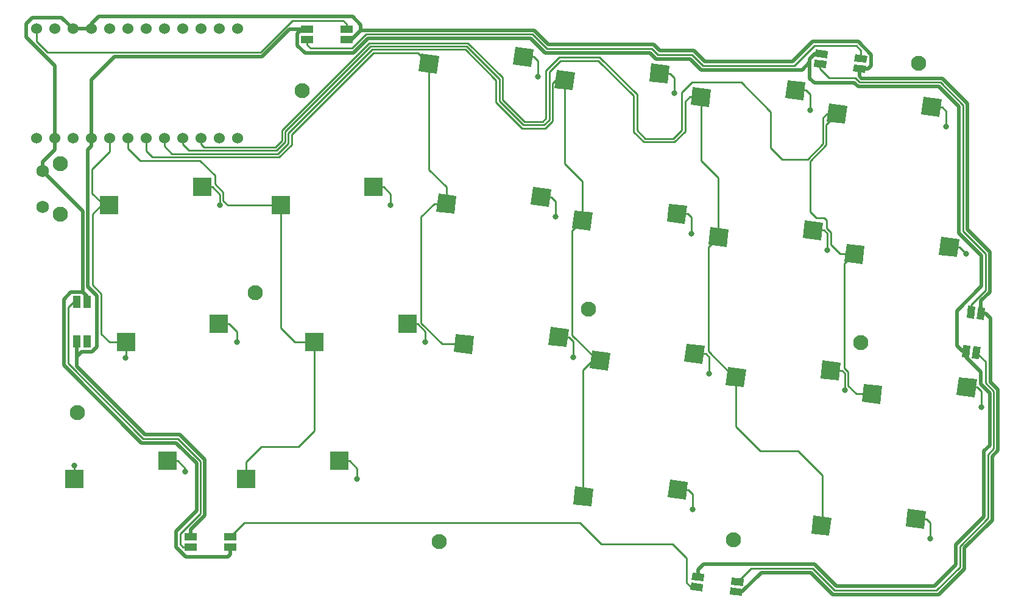
<source format=gbr>
%TF.GenerationSoftware,KiCad,Pcbnew,(5.1.9-0-10_14)*%
%TF.CreationDate,2021-04-30T13:47:16+09:00*%
%TF.ProjectId,seiren-pad,73656972-656e-42d7-9061-642e6b696361,rev?*%
%TF.SameCoordinates,Original*%
%TF.FileFunction,Copper,L2,Bot*%
%TF.FilePolarity,Positive*%
%FSLAX46Y46*%
G04 Gerber Fmt 4.6, Leading zero omitted, Abs format (unit mm)*
G04 Created by KiCad (PCBNEW (5.1.9-0-10_14)) date 2021-04-30 13:47:16*
%MOMM*%
%LPD*%
G01*
G04 APERTURE LIST*
%TA.AperFunction,SMDPad,CuDef*%
%ADD10R,1.000000X1.700000*%
%TD*%
%TA.AperFunction,SMDPad,CuDef*%
%ADD11C,0.100000*%
%TD*%
%TA.AperFunction,ComponentPad*%
%ADD12C,2.100000*%
%TD*%
%TA.AperFunction,SMDPad,CuDef*%
%ADD13R,2.550000X2.500000*%
%TD*%
%TA.AperFunction,SMDPad,CuDef*%
%ADD14R,1.700000X1.000000*%
%TD*%
%TA.AperFunction,ComponentPad*%
%ADD15C,1.750000*%
%TD*%
%TA.AperFunction,ComponentPad*%
%ADD16C,1.524000*%
%TD*%
%TA.AperFunction,ViaPad*%
%ADD17C,0.800000*%
%TD*%
%TA.AperFunction,Conductor*%
%ADD18C,0.250000*%
%TD*%
%TA.AperFunction,Conductor*%
%ADD19C,0.500000*%
%TD*%
G04 APERTURE END LIST*
D10*
%TO.P,LED6,2*%
%TO.N,Net-(LED6-Pad2)*%
X101894640Y-63025920D03*
%TO.P,LED6,1*%
%TO.N,VDD*%
X100494640Y-63025920D03*
%TO.P,LED6,3*%
%TO.N,GND*%
X101894640Y-57525920D03*
%TO.P,LED6,4*%
%TO.N,Net-(LED5-Pad2)*%
X100494640Y-57525920D03*
%TD*%
%TA.AperFunction,SMDPad,CuDef*%
D11*
%TO.P,SW14,2*%
%TO.N,Net-(D14-Pad2)*%
G36*
X187750833Y-63681090D02*
G01*
X187446160Y-66162455D01*
X184915167Y-65851688D01*
X185219840Y-63370323D01*
X187750833Y-63681090D01*
G37*
%TD.AperFunction*%
%TA.AperFunction,SMDPad,CuDef*%
%TO.P,SW14,1*%
%TO.N,col3*%
G36*
X174610641Y-64626752D02*
G01*
X174305968Y-67108117D01*
X171774975Y-66797350D01*
X172079648Y-64315985D01*
X174610641Y-64626752D01*
G37*
%TD.AperFunction*%
%TD*%
%TA.AperFunction,SMDPad,CuDef*%
%TO.P,SW13,2*%
%TO.N,Net-(D13-Pad2)*%
G36*
X168842829Y-61359479D02*
G01*
X168538156Y-63840844D01*
X166007163Y-63530077D01*
X166311836Y-61048712D01*
X168842829Y-61359479D01*
G37*
%TD.AperFunction*%
%TA.AperFunction,SMDPad,CuDef*%
%TO.P,SW13,1*%
%TO.N,col2*%
G36*
X155702637Y-62305141D02*
G01*
X155397964Y-64786506D01*
X152866971Y-64475739D01*
X153171644Y-61994374D01*
X155702637Y-62305141D01*
G37*
%TD.AperFunction*%
%TD*%
D12*
%TO.P,,*%
%TO.N,*%
X100543360Y-72938640D03*
%TD*%
%TA.AperFunction,SMDPad,CuDef*%
D11*
%TO.P,SW8,2*%
%TO.N,Net-(D8-Pad2)*%
G36*
X185307627Y-44188039D02*
G01*
X185002954Y-46669404D01*
X182471961Y-46358637D01*
X182776634Y-43877272D01*
X185307627Y-44188039D01*
G37*
%TD.AperFunction*%
%TA.AperFunction,SMDPad,CuDef*%
%TO.P,SW8,1*%
%TO.N,col3*%
G36*
X172167435Y-45133701D02*
G01*
X171862762Y-47615066D01*
X169331769Y-47304299D01*
X169636442Y-44822934D01*
X172167435Y-45133701D01*
G37*
%TD.AperFunction*%
%TD*%
%TA.AperFunction,SMDPad,CuDef*%
%TO.P,SW9,2*%
%TO.N,Net-(D9-Pad2)*%
G36*
X204215632Y-46509650D02*
G01*
X203910959Y-48991015D01*
X201379966Y-48680248D01*
X201684639Y-46198883D01*
X204215632Y-46509650D01*
G37*
%TD.AperFunction*%
%TA.AperFunction,SMDPad,CuDef*%
%TO.P,SW9,1*%
%TO.N,col4*%
G36*
X191075440Y-47455312D02*
G01*
X190770767Y-49936677D01*
X188239774Y-49625910D01*
X188544447Y-47144545D01*
X191075440Y-47455312D01*
G37*
%TD.AperFunction*%
%TD*%
D12*
%TO.P,,*%
%TO.N,*%
X191719200Y-90678000D03*
%TD*%
D13*
%TO.P,SW5,2*%
%TO.N,Net-(D5-Pad2)*%
X117871240Y-41574720D03*
%TO.P,SW5,1*%
%TO.N,col0*%
X104944240Y-44114720D03*
%TD*%
%TA.AperFunction,SMDPad,CuDef*%
D11*
%TO.P,SW4,2*%
%TO.N,Net-(D4-Pad2)*%
G36*
X220680430Y-29338211D02*
G01*
X220375757Y-31819576D01*
X217844764Y-31508809D01*
X218149437Y-29027444D01*
X220680430Y-29338211D01*
G37*
%TD.AperFunction*%
%TA.AperFunction,SMDPad,CuDef*%
%TO.P,SW4,1*%
%TO.N,col5*%
G36*
X207540238Y-30283873D02*
G01*
X207235565Y-32765238D01*
X204704572Y-32454471D01*
X205009245Y-29973106D01*
X207540238Y-30283873D01*
G37*
%TD.AperFunction*%
%TD*%
%TA.AperFunction,SMDPad,CuDef*%
%TO.P,SW10,2*%
%TO.N,Net-(D10-Pad2)*%
G36*
X223123636Y-48831261D02*
G01*
X222818963Y-51312626D01*
X220287970Y-51001859D01*
X220592643Y-48520494D01*
X223123636Y-48831261D01*
G37*
%TD.AperFunction*%
%TA.AperFunction,SMDPad,CuDef*%
%TO.P,SW10,1*%
%TO.N,col5*%
G36*
X209983444Y-49776923D02*
G01*
X209678771Y-52258288D01*
X207147778Y-51947521D01*
X207452451Y-49466156D01*
X209983444Y-49776923D01*
G37*
%TD.AperFunction*%
%TD*%
D13*
%TO.P,SW12,2*%
%TO.N,Net-(D12-Pad2)*%
X146408140Y-60624720D03*
%TO.P,SW12,1*%
%TO.N,col1*%
X133481140Y-63164720D03*
%TD*%
%TO.P,SW6,2*%
%TO.N,Net-(D6-Pad2)*%
X141721840Y-41574720D03*
%TO.P,SW6,1*%
%TO.N,col1*%
X128794840Y-44114720D03*
%TD*%
D12*
%TO.P,,*%
%TO.N,*%
X150876000Y-90932000D03*
%TD*%
%TA.AperFunction,SMDPad,CuDef*%
D11*
%TO.P,SW7,2*%
%TO.N,Net-(D7-Pad2)*%
G36*
X166399623Y-41866428D02*
G01*
X166094950Y-44347793D01*
X163563957Y-44037026D01*
X163868630Y-41555661D01*
X166399623Y-41866428D01*
G37*
%TD.AperFunction*%
%TA.AperFunction,SMDPad,CuDef*%
%TO.P,SW7,1*%
%TO.N,col2*%
G36*
X153259431Y-42812090D02*
G01*
X152954758Y-45293455D01*
X150423765Y-44982688D01*
X150728438Y-42501323D01*
X153259431Y-42812090D01*
G37*
%TD.AperFunction*%
%TD*%
D13*
%TO.P,SW11,2*%
%TO.N,Net-(D11-Pad2)*%
X120214390Y-60624720D03*
%TO.P,SW11,1*%
%TO.N,col0*%
X107287390Y-63164720D03*
%TD*%
%TA.AperFunction,SMDPad,CuDef*%
D11*
%TO.P,SW15,2*%
%TO.N,Net-(D15-Pad2)*%
G36*
X206658838Y-66002701D02*
G01*
X206354165Y-68484066D01*
X203823172Y-68173299D01*
X204127845Y-65691934D01*
X206658838Y-66002701D01*
G37*
%TD.AperFunction*%
%TA.AperFunction,SMDPad,CuDef*%
%TO.P,SW15,1*%
%TO.N,col4*%
G36*
X193518646Y-66948363D02*
G01*
X193213973Y-69429728D01*
X190682980Y-69118961D01*
X190987653Y-66637596D01*
X193518646Y-66948363D01*
G37*
%TD.AperFunction*%
%TD*%
D12*
%TO.P,,*%
%TO.N,*%
X217522445Y-24382352D03*
%TD*%
D14*
%TO.P,LED1,2*%
%TO.N,Net-(LED1-Pad2)*%
X132462840Y-21041720D03*
%TO.P,LED1,1*%
%TO.N,VDD*%
X132462840Y-19641720D03*
%TO.P,LED1,3*%
%TO.N,GND*%
X137962840Y-21041720D03*
%TO.P,LED1,4*%
%TO.N,LED*%
X137962840Y-19641720D03*
%TD*%
D12*
%TO.P,,*%
%TO.N,*%
X131790440Y-28178760D03*
%TD*%
%TA.AperFunction,SMDPad,CuDef*%
D11*
%TO.P,LED4,2*%
%TO.N,Net-(LED4-Pad2)*%
G36*
X187549824Y-96819552D02*
G01*
X187427955Y-97812098D01*
X185740626Y-97604920D01*
X185862495Y-96612374D01*
X187549824Y-96819552D01*
G37*
%TD.AperFunction*%
%TA.AperFunction,SMDPad,CuDef*%
%TO.P,LED4,1*%
%TO.N,VDD*%
G36*
X187720441Y-95429987D02*
G01*
X187598572Y-96422533D01*
X185911243Y-96215355D01*
X186033112Y-95222809D01*
X187720441Y-95429987D01*
G37*
%TD.AperFunction*%
%TA.AperFunction,SMDPad,CuDef*%
%TO.P,LED4,3*%
%TO.N,GND*%
G36*
X193008827Y-97489833D02*
G01*
X192886958Y-98482379D01*
X191199629Y-98275201D01*
X191321498Y-97282655D01*
X193008827Y-97489833D01*
G37*
%TD.AperFunction*%
%TA.AperFunction,SMDPad,CuDef*%
%TO.P,LED4,4*%
%TO.N,Net-(LED3-Pad2)*%
G36*
X193179444Y-96100268D02*
G01*
X193057575Y-97092814D01*
X191370246Y-96885636D01*
X191492115Y-95893090D01*
X193179444Y-96100268D01*
G37*
%TD.AperFunction*%
%TD*%
D14*
%TO.P,LED5,2*%
%TO.N,Net-(LED5-Pad2)*%
X116340440Y-91652320D03*
%TO.P,LED5,1*%
%TO.N,VDD*%
X116340440Y-90252320D03*
%TO.P,LED5,3*%
%TO.N,GND*%
X121840440Y-91652320D03*
%TO.P,LED5,4*%
%TO.N,Net-(LED4-Pad2)*%
X121840440Y-90252320D03*
%TD*%
%TA.AperFunction,SMDPad,CuDef*%
D11*
%TO.P,LED2,2*%
%TO.N,Net-(LED2-Pad2)*%
G36*
X204708629Y-24041078D02*
G01*
X204586760Y-25033624D01*
X202899431Y-24826446D01*
X203021300Y-23833900D01*
X204708629Y-24041078D01*
G37*
%TD.AperFunction*%
%TA.AperFunction,SMDPad,CuDef*%
%TO.P,LED2,1*%
%TO.N,VDD*%
G36*
X204879246Y-22651513D02*
G01*
X204757377Y-23644059D01*
X203070048Y-23436881D01*
X203191917Y-22444335D01*
X204879246Y-22651513D01*
G37*
%TD.AperFunction*%
%TA.AperFunction,SMDPad,CuDef*%
%TO.P,LED2,3*%
%TO.N,GND*%
G36*
X210167632Y-24711359D02*
G01*
X210045763Y-25703905D01*
X208358434Y-25496727D01*
X208480303Y-24504181D01*
X210167632Y-24711359D01*
G37*
%TD.AperFunction*%
%TA.AperFunction,SMDPad,CuDef*%
%TO.P,LED2,4*%
%TO.N,Net-(LED1-Pad2)*%
G36*
X210338249Y-23321794D02*
G01*
X210216380Y-24314340D01*
X208529051Y-24107162D01*
X208650920Y-23114616D01*
X210338249Y-23321794D01*
G37*
%TD.AperFunction*%
%TD*%
%TA.AperFunction,SMDPad,CuDef*%
%TO.P,LED3,2*%
%TO.N,Net-(LED3-Pad2)*%
G36*
X225088045Y-63702173D02*
G01*
X226080591Y-63824042D01*
X225873413Y-65511371D01*
X224880867Y-65389502D01*
X225088045Y-63702173D01*
G37*
%TD.AperFunction*%
%TA.AperFunction,SMDPad,CuDef*%
%TO.P,LED3,1*%
%TO.N,VDD*%
G36*
X223698480Y-63531556D02*
G01*
X224691026Y-63653425D01*
X224483848Y-65340754D01*
X223491302Y-65218885D01*
X223698480Y-63531556D01*
G37*
%TD.AperFunction*%
%TA.AperFunction,SMDPad,CuDef*%
%TO.P,LED3,3*%
%TO.N,GND*%
G36*
X225758326Y-58243170D02*
G01*
X226750872Y-58365039D01*
X226543694Y-60052368D01*
X225551148Y-59930499D01*
X225758326Y-58243170D01*
G37*
%TD.AperFunction*%
%TA.AperFunction,SMDPad,CuDef*%
%TO.P,LED3,4*%
%TO.N,Net-(LED2-Pad2)*%
G36*
X224368761Y-58072553D02*
G01*
X225361307Y-58194422D01*
X225154129Y-59881751D01*
X224161583Y-59759882D01*
X224368761Y-58072553D01*
G37*
%TD.AperFunction*%
%TD*%
D12*
%TO.P,SW21,*%
%TO.N,*%
X98187040Y-45343320D03*
D15*
%TO.P,SW21,1*%
%TO.N,reset*%
X95697040Y-44343320D03*
%TO.P,SW21,2*%
%TO.N,GND*%
X95697040Y-39343320D03*
D12*
%TO.P,SW21,*%
%TO.N,*%
X98187040Y-38333320D03*
%TD*%
%TA.AperFunction,SMDPad,CuDef*%
D11*
%TO.P,SW20,2*%
%TO.N,Net-(D20-Pad2)*%
G36*
X218518230Y-86651913D02*
G01*
X218213557Y-89133278D01*
X215682564Y-88822511D01*
X215987237Y-86341146D01*
X218518230Y-86651913D01*
G37*
%TD.AperFunction*%
%TA.AperFunction,SMDPad,CuDef*%
%TO.P,SW20,1*%
%TO.N,col4*%
G36*
X205378038Y-87597575D02*
G01*
X205073365Y-90078940D01*
X202542372Y-89768173D01*
X202847045Y-87286808D01*
X205378038Y-87597575D01*
G37*
%TD.AperFunction*%
%TD*%
D16*
%TO.P,U1,24*%
%TO.N,Net-(U1-Pad24)*%
X94856240Y-34756120D03*
%TO.P,U1,23*%
%TO.N,GND*%
X97396240Y-34756120D03*
%TO.P,U1,22*%
%TO.N,reset*%
X99936240Y-34756120D03*
%TO.P,U1,21*%
%TO.N,VDD*%
X102476240Y-34756120D03*
%TO.P,U1,20*%
%TO.N,col0*%
X105016240Y-34756120D03*
%TO.P,U1,19*%
%TO.N,col1*%
X107556240Y-34756120D03*
%TO.P,U1,18*%
%TO.N,col2*%
X110096240Y-34756120D03*
%TO.P,U1,17*%
%TO.N,col3*%
X112636240Y-34756120D03*
%TO.P,U1,16*%
%TO.N,col4*%
X115176240Y-34756120D03*
%TO.P,U1,15*%
%TO.N,col5*%
X117716240Y-34756120D03*
%TO.P,U1,14*%
%TO.N,Net-(U1-Pad14)*%
X120256240Y-34756120D03*
%TO.P,U1,13*%
%TO.N,Net-(U1-Pad13)*%
X122796240Y-34756120D03*
%TO.P,U1,12*%
%TO.N,Net-(U1-Pad12)*%
X122796240Y-19536120D03*
%TO.P,U1,11*%
%TO.N,Net-(U1-Pad11)*%
X120256240Y-19536120D03*
%TO.P,U1,10*%
%TO.N,row0*%
X117716240Y-19536120D03*
%TO.P,U1,9*%
%TO.N,row1*%
X115176240Y-19536120D03*
%TO.P,U1,8*%
%TO.N,row2*%
X112636240Y-19536120D03*
%TO.P,U1,7*%
%TO.N,row3*%
X110096240Y-19536120D03*
%TO.P,U1,6*%
%TO.N,Net-(U1-Pad6)*%
X107556240Y-19536120D03*
%TO.P,U1,5*%
%TO.N,Net-(U1-Pad5)*%
X105016240Y-19536120D03*
%TO.P,U1,4*%
%TO.N,GND*%
X102476240Y-19536120D03*
%TO.P,U1,3*%
X99936240Y-19536120D03*
%TO.P,U1,2*%
%TO.N,Net-(U1-Pad2)*%
X97396240Y-19536120D03*
%TO.P,U1,1*%
%TO.N,LED*%
X94856240Y-19536120D03*
%TD*%
D13*
%TO.P,SW18,2*%
%TO.N,Net-(D18-Pad2)*%
X136921240Y-79674720D03*
%TO.P,SW18,1*%
%TO.N,col1*%
X123994240Y-82214720D03*
%TD*%
%TA.AperFunction,SMDPad,CuDef*%
D11*
%TO.P,SW19,2*%
%TO.N,Net-(D19-Pad2)*%
G36*
X185429222Y-82589094D02*
G01*
X185124549Y-85070459D01*
X182593556Y-84759692D01*
X182898229Y-82278327D01*
X185429222Y-82589094D01*
G37*
%TD.AperFunction*%
%TA.AperFunction,SMDPad,CuDef*%
%TO.P,SW19,1*%
%TO.N,col3*%
G36*
X172289030Y-83534756D02*
G01*
X171984357Y-86016121D01*
X169453364Y-85705354D01*
X169758037Y-83223989D01*
X172289030Y-83534756D01*
G37*
%TD.AperFunction*%
%TD*%
%TA.AperFunction,SMDPad,CuDef*%
%TO.P,SW16,2*%
%TO.N,Net-(D16-Pad2)*%
G36*
X225566842Y-68324312D02*
G01*
X225262169Y-70805677D01*
X222731176Y-70494910D01*
X223035849Y-68013545D01*
X225566842Y-68324312D01*
G37*
%TD.AperFunction*%
%TA.AperFunction,SMDPad,CuDef*%
%TO.P,SW16,1*%
%TO.N,col5*%
G36*
X212426650Y-69269974D02*
G01*
X212121977Y-71751339D01*
X209590984Y-71440572D01*
X209895657Y-68959207D01*
X212426650Y-69269974D01*
G37*
%TD.AperFunction*%
%TD*%
D13*
%TO.P,SW17,2*%
%TO.N,Net-(D17-Pad2)*%
X113070640Y-79674720D03*
%TO.P,SW17,1*%
%TO.N,col0*%
X100143640Y-82214720D03*
%TD*%
%TA.AperFunction,SMDPad,CuDef*%
D11*
%TO.P,SW1,2*%
%TO.N,Net-(D1-Pad2)*%
G36*
X163956417Y-22373378D02*
G01*
X163651744Y-24854743D01*
X161120751Y-24543976D01*
X161425424Y-22062611D01*
X163956417Y-22373378D01*
G37*
%TD.AperFunction*%
%TA.AperFunction,SMDPad,CuDef*%
%TO.P,SW1,1*%
%TO.N,col2*%
G36*
X150816225Y-23319040D02*
G01*
X150511552Y-25800405D01*
X147980559Y-25489638D01*
X148285232Y-23008273D01*
X150816225Y-23319040D01*
G37*
%TD.AperFunction*%
%TD*%
D12*
%TO.P,,*%
%TO.N,*%
X125318520Y-56255920D03*
%TD*%
%TA.AperFunction,SMDPad,CuDef*%
D11*
%TO.P,SW2,2*%
%TO.N,Net-(D2-Pad2)*%
G36*
X182864421Y-24694989D02*
G01*
X182559748Y-27176354D01*
X180028755Y-26865587D01*
X180333428Y-24384222D01*
X182864421Y-24694989D01*
G37*
%TD.AperFunction*%
%TA.AperFunction,SMDPad,CuDef*%
%TO.P,SW2,1*%
%TO.N,col3*%
G36*
X169724229Y-25640651D02*
G01*
X169419556Y-28122016D01*
X166888563Y-27811249D01*
X167193236Y-25329884D01*
X169724229Y-25640651D01*
G37*
%TD.AperFunction*%
%TD*%
D12*
%TO.P,,*%
%TO.N,*%
X171551600Y-58597800D03*
%TD*%
%TA.AperFunction,SMDPad,CuDef*%
D11*
%TO.P,SW3,2*%
%TO.N,Net-(D3-Pad2)*%
G36*
X201772426Y-27016600D02*
G01*
X201467753Y-29497965D01*
X198936760Y-29187198D01*
X199241433Y-26705833D01*
X201772426Y-27016600D01*
G37*
%TD.AperFunction*%
%TA.AperFunction,SMDPad,CuDef*%
%TO.P,SW3,1*%
%TO.N,col4*%
G36*
X188632234Y-27962262D02*
G01*
X188327561Y-30443627D01*
X185796568Y-30132860D01*
X186101241Y-27651495D01*
X188632234Y-27962262D01*
G37*
%TD.AperFunction*%
%TD*%
D12*
%TO.P,,*%
%TO.N,*%
X209473800Y-63246000D03*
%TD*%
D17*
%TO.N,Net-(D1-Pad2)*%
X164581840Y-26233120D03*
%TO.N,Net-(D2-Pad2)*%
X183504840Y-28519120D03*
%TO.N,Net-(D3-Pad2)*%
X202384045Y-30833952D03*
%TO.N,Net-(D4-Pad2)*%
X221325440Y-33192720D03*
%TO.N,Net-(D5-Pad2)*%
X120360440Y-44063920D03*
%TO.N,Net-(D6-Pad2)*%
X144109440Y-44063920D03*
%TO.N,Net-(D7-Pad2)*%
X167045640Y-45714920D03*
%TO.N,Net-(D8-Pad2)*%
X185917840Y-48026320D03*
%TO.N,Net-(D9-Pad2)*%
X204817986Y-50320613D03*
%TO.N,Net-(D10-Pad2)*%
X224101045Y-50823752D03*
%TO.N,Net-(D11-Pad2)*%
X122748040Y-63113920D03*
%TO.N,Net-(D12-Pad2)*%
X148910040Y-63113920D03*
%TO.N,Net-(D13-Pad2)*%
X169484040Y-65222120D03*
%TO.N,Net-(D14-Pad2)*%
X188381640Y-67533520D03*
%TO.N,Net-(D15-Pad2)*%
X207235445Y-69797552D03*
%TO.N,Net-(D16-Pad2)*%
X226176840Y-72181720D03*
%TO.N,Net-(D17-Pad2)*%
X115559840Y-81147920D03*
%TO.N,Net-(D18-Pad2)*%
X139410440Y-82163920D03*
%TO.N,Net-(D19-Pad2)*%
X186070240Y-86431120D03*
%TO.N,Net-(D20-Pad2)*%
X219115640Y-90495120D03*
%TO.N,col0*%
X107279440Y-65349120D03*
X100142040Y-80335120D03*
%TD*%
D18*
%TO.N,Net-(D1-Pad2)*%
X163991797Y-23458677D02*
X164581840Y-24048720D01*
X162538584Y-23458677D02*
X163991797Y-23458677D01*
X164581840Y-24048720D02*
X164581840Y-26233120D01*
%TO.N,Net-(D2-Pad2)*%
X182899608Y-25780288D02*
X183504840Y-26385520D01*
X183504840Y-26385520D02*
X183504840Y-28519120D01*
X181446588Y-25780288D02*
X182899608Y-25780288D01*
%TO.N,Net-(D3-Pad2)*%
X202384045Y-28674952D02*
X202384045Y-30833952D01*
X201810992Y-28101899D02*
X202384045Y-28674952D01*
X200354593Y-28101899D02*
X201810992Y-28101899D01*
%TO.N,Net-(D4-Pad2)*%
X221325440Y-31008320D02*
X221325440Y-33192720D01*
X219262597Y-30423510D02*
X220740630Y-30423510D01*
X220740630Y-30423510D02*
X221325440Y-31008320D01*
%TO.N,Net-(D5-Pad2)*%
X120360440Y-42616120D02*
X120360440Y-44063920D01*
X119319040Y-41574720D02*
X120360440Y-42616120D01*
X117871240Y-41574720D02*
X119319040Y-41574720D01*
%TO.N,Net-(D6-Pad2)*%
X143144240Y-41574720D02*
X144109440Y-42539920D01*
X144109440Y-42539920D02*
X144109440Y-44063920D01*
X141721840Y-41574720D02*
X143144240Y-41574720D01*
%TO.N,Net-(D7-Pad2)*%
X167045640Y-43555920D02*
X167045640Y-45714920D01*
X166441447Y-42951727D02*
X167045640Y-43555920D01*
X164981790Y-42951727D02*
X166441447Y-42951727D01*
%TO.N,Net-(D8-Pad2)*%
X183889794Y-45273338D02*
X185374658Y-45273338D01*
X185374658Y-45273338D02*
X185917840Y-45816520D01*
X185917840Y-45816520D02*
X185917840Y-48026320D01*
%TO.N,Net-(D9-Pad2)*%
X202797799Y-47594949D02*
X204335431Y-47594949D01*
X204335431Y-47594949D02*
X204817986Y-48077504D01*
X204817986Y-48077504D02*
X204817986Y-50320613D01*
%TO.N,Net-(D10-Pad2)*%
X223193853Y-49916560D02*
X224101045Y-50823752D01*
X221705803Y-49916560D02*
X223193853Y-49916560D01*
%TO.N,Net-(D11-Pad2)*%
X121655840Y-60624720D02*
X122748040Y-61716920D01*
X120214390Y-60624720D02*
X121655840Y-60624720D01*
X122748040Y-61716920D02*
X122748040Y-63113920D01*
%TO.N,Net-(D12-Pad2)*%
X146408140Y-60624720D02*
X147843240Y-60624720D01*
X147843240Y-60624720D02*
X148910040Y-61691520D01*
X148910040Y-61691520D02*
X148910040Y-63113920D01*
%TO.N,Net-(D13-Pad2)*%
X167424996Y-62444778D02*
X168891098Y-62444778D01*
X168891098Y-62444778D02*
X169484040Y-63037720D01*
X169484040Y-63037720D02*
X169484040Y-65222120D01*
%TO.N,Net-(D14-Pad2)*%
X186333000Y-64766389D02*
X187905589Y-64766389D01*
X187905589Y-64766389D02*
X188381640Y-65242440D01*
X188381640Y-65242440D02*
X188381640Y-67533520D01*
%TO.N,Net-(D15-Pad2)*%
X205241005Y-67088000D02*
X206835882Y-67088000D01*
X206835882Y-67088000D02*
X207235445Y-67487562D01*
X207235445Y-67487562D02*
X207235445Y-69797552D01*
%TO.N,Net-(D16-Pad2)*%
X224149009Y-69409611D02*
X225614531Y-69409611D01*
X225614531Y-69409611D02*
X226176840Y-69971920D01*
X226176840Y-69971920D02*
X226176840Y-72181720D01*
%TO.N,Net-(D17-Pad2)*%
X113070640Y-79674720D02*
X114518440Y-79674720D01*
X115559840Y-80716120D02*
X115559840Y-81147920D01*
X114518440Y-79674720D02*
X115559840Y-80716120D01*
%TO.N,Net-(D18-Pad2)*%
X136921240Y-79674720D02*
X138369040Y-79674720D01*
X139410440Y-80716120D02*
X139410440Y-82163920D01*
X138369040Y-79674720D02*
X139410440Y-80716120D01*
%TO.N,Net-(D19-Pad2)*%
X184011389Y-83674393D02*
X185472513Y-83674393D01*
X185472513Y-83674393D02*
X186070240Y-84272120D01*
X186070240Y-84272120D02*
X186070240Y-86431120D01*
%TO.N,Net-(D20-Pad2)*%
X217100397Y-87737212D02*
X218592932Y-87737212D01*
X218592932Y-87737212D02*
X219115640Y-88259920D01*
X219115640Y-88259920D02*
X219115640Y-90495120D01*
D19*
%TO.N,GND*%
X101894640Y-57525920D02*
X101894640Y-56765918D01*
X101894640Y-56765918D02*
X101354641Y-56225919D01*
X101354641Y-56225919D02*
X99634639Y-56225919D01*
X121457640Y-93035120D02*
X121840440Y-92652320D01*
X98684620Y-57175938D02*
X98684620Y-66356274D01*
X109479274Y-77150928D02*
X109489240Y-77150928D01*
X114264440Y-77160120D02*
X117109240Y-80004920D01*
X99634639Y-56225919D02*
X98684620Y-57175938D01*
X109489240Y-77150928D02*
X109489240Y-77160120D01*
X117109240Y-86608920D02*
X114289840Y-89428320D01*
X109489240Y-77160120D02*
X114264440Y-77160120D01*
X117109240Y-80004920D02*
X117109240Y-86608920D01*
X98684620Y-66356274D02*
X109479274Y-77150928D01*
X114289840Y-89428320D02*
X114289840Y-91663520D01*
X114289840Y-91663520D02*
X115661440Y-93035120D01*
X115661440Y-93035120D02*
X121457640Y-93035120D01*
X121840440Y-92652320D02*
X121840440Y-91652320D01*
X227377645Y-50595152D02*
X227377645Y-56183152D01*
X224253445Y-29919552D02*
X224253445Y-47470952D01*
X220773645Y-26439752D02*
X224253445Y-29919552D01*
X209263033Y-25104043D02*
X209263033Y-26155940D01*
X224253445Y-47470952D02*
X227377645Y-50595152D01*
X209546845Y-26439752D02*
X220773645Y-26439752D01*
X227377645Y-56183152D02*
X226151010Y-57409787D01*
X226151010Y-57409787D02*
X226151010Y-59147769D01*
X209263033Y-26155940D02*
X209546845Y-26439752D01*
X138668677Y-21041720D02*
X137962840Y-21041720D01*
X139950845Y-19759552D02*
X138668677Y-21041720D01*
X180642419Y-21766150D02*
X166037419Y-21766150D01*
X199978067Y-24121330D02*
X187721999Y-24121330D01*
X202763397Y-21336000D02*
X199978067Y-24121330D01*
X209082640Y-21336000D02*
X202763397Y-21336000D01*
X210886040Y-23139400D02*
X209082640Y-21336000D01*
X210465717Y-25104043D02*
X210886040Y-24683720D01*
X209263033Y-25104043D02*
X210465717Y-25104043D01*
X166037419Y-21766150D02*
X164030821Y-19759552D01*
X149102402Y-19759552D02*
X139950845Y-19759552D01*
X164030821Y-19759552D02*
X149102402Y-19759552D01*
X181480621Y-22604352D02*
X180642419Y-21766150D01*
X186205021Y-22604352D02*
X181480621Y-22604352D01*
X187721999Y-24121330D02*
X186205021Y-22604352D01*
X210886040Y-24683720D02*
X210886040Y-23139400D01*
X195645576Y-95197552D02*
X192960611Y-97882517D01*
X205584444Y-98270951D02*
X202511045Y-95197552D01*
X192960611Y-97882517D02*
X192104228Y-97882517D01*
X220265646Y-98270951D02*
X205584444Y-98270951D01*
X226151010Y-59147769D02*
X226786262Y-59147769D01*
X227714866Y-87913431D02*
X223847045Y-91781252D01*
X226786262Y-59147769D02*
X227479245Y-59840752D01*
X227714866Y-79010731D02*
X227714866Y-87913431D01*
X228511455Y-78214142D02*
X227714866Y-79010731D01*
X223847045Y-94689552D02*
X220265646Y-98270951D01*
X228511456Y-69736787D02*
X228511455Y-78214142D01*
X227479245Y-68704576D02*
X228511456Y-69736787D01*
X223847045Y-91781252D02*
X223847045Y-94689552D01*
X202511045Y-95197552D02*
X195645576Y-95197552D01*
X227479245Y-59840752D02*
X227479245Y-68704576D01*
X97396240Y-36406684D02*
X97396240Y-34756120D01*
X95697040Y-38105884D02*
X97396240Y-36406684D01*
X95697040Y-39343320D02*
X95697040Y-38105884D01*
X103499297Y-17831700D02*
X102476240Y-18854757D01*
X102476240Y-18854757D02*
X102476240Y-19536120D01*
X138784993Y-17831700D02*
X103499297Y-17831700D01*
X139950845Y-18997552D02*
X138784993Y-17831700D01*
X139950845Y-19759552D02*
X139950845Y-18997552D01*
X102476240Y-19536120D02*
X99936240Y-19536120D01*
X98381672Y-17981552D02*
X99936240Y-19536120D01*
X97396240Y-34756120D02*
X97396240Y-24677547D01*
X94307045Y-17981552D02*
X98381672Y-17981552D01*
X93443445Y-20724752D02*
X93443445Y-18845152D01*
X93443445Y-18845152D02*
X94307045Y-17981552D01*
X97396240Y-24677547D02*
X93443445Y-20724752D01*
X101300338Y-44946618D02*
X95697040Y-39343320D01*
X101300338Y-56171616D02*
X101300338Y-44946618D01*
X101354641Y-56225919D02*
X101300338Y-56171616D01*
D18*
%TO.N,LED*%
X96389845Y-22832952D02*
X94856240Y-21299347D01*
X126031257Y-22832952D02*
X96389845Y-22832952D01*
X94856240Y-21299347D02*
X94856240Y-19536120D01*
X130457498Y-18406711D02*
X126031257Y-22832952D01*
X137477831Y-18406711D02*
X130457498Y-18406711D01*
X137962840Y-18891720D02*
X137477831Y-18406711D01*
X137962840Y-19641720D02*
X137962840Y-18891720D01*
D19*
%TO.N,VDD*%
X100494640Y-65188640D02*
X100494640Y-63785922D01*
X114756229Y-76000909D02*
X109955629Y-76000909D01*
X118268451Y-79513131D02*
X114756229Y-76000909D01*
X118268451Y-87253497D02*
X118268451Y-79513131D01*
X116340440Y-89181508D02*
X118268451Y-87253497D01*
X116340440Y-90252320D02*
X116340440Y-89181508D01*
X109955629Y-76000909D02*
X100494640Y-66539920D01*
X100494640Y-63785922D02*
X100494640Y-63025920D01*
X100494640Y-66539920D02*
X100494640Y-65188640D01*
X223991561Y-64336552D02*
X224091164Y-64436155D01*
X224091164Y-64436155D02*
X224091164Y-64854433D01*
X223587410Y-64436155D02*
X224091164Y-64436155D01*
X226227623Y-55351974D02*
X222780245Y-58799352D01*
X202356720Y-23805741D02*
X202356720Y-26441400D01*
X223103425Y-47947308D02*
X226227623Y-51071506D01*
X203118264Y-23044197D02*
X202356720Y-23805741D01*
X220315669Y-27608152D02*
X223103425Y-30395908D01*
X209088869Y-27608152D02*
X220315669Y-27608152D01*
X208533642Y-27052925D02*
X209088869Y-27608152D01*
X202968245Y-27052925D02*
X208533642Y-27052925D01*
X202356720Y-26441400D02*
X202968245Y-27052925D01*
X222780245Y-63628990D02*
X223587410Y-64436155D01*
X223103425Y-30395908D02*
X223103425Y-47947308D01*
X222780245Y-58799352D02*
X222780245Y-63628990D01*
X226227623Y-51071506D02*
X226227623Y-55351974D01*
X203974647Y-23044197D02*
X203118264Y-23044197D01*
X180166065Y-22916172D02*
X181004267Y-23754372D01*
X140932624Y-20909574D02*
X163554467Y-20909574D01*
X185728666Y-23754373D02*
X187245645Y-25271352D01*
X202356720Y-24206477D02*
X202356720Y-23805741D01*
X131162839Y-21901721D02*
X132202398Y-22941280D01*
X132462840Y-19641720D02*
X131702838Y-19641720D01*
X187245645Y-25271352D02*
X201291845Y-25271352D01*
X138900918Y-22941280D02*
X140932624Y-20909574D01*
X131702838Y-19641720D02*
X131162839Y-20181719D01*
X165561065Y-22916172D02*
X180166065Y-22916172D01*
X131162839Y-20181719D02*
X131162839Y-21901721D01*
X163554467Y-20909574D02*
X165561065Y-22916172D01*
X132202398Y-22941280D02*
X138900918Y-22941280D01*
X181004267Y-23754372D02*
X185728666Y-23754373D01*
X201291845Y-25271352D02*
X202356720Y-24206477D01*
X202968633Y-94003752D02*
X187575845Y-94003752D01*
X222627845Y-94130752D02*
X219706845Y-97051752D01*
X222627845Y-91336752D02*
X222627845Y-94130752D01*
X226564845Y-87399752D02*
X222627845Y-91336752D01*
X227361434Y-70213141D02*
X227361434Y-77534587D01*
X226564845Y-78331176D02*
X226564845Y-87399752D01*
X226107645Y-68959352D02*
X227361434Y-70213141D01*
X224091164Y-65292538D02*
X226107645Y-67309019D01*
X224091164Y-64436155D02*
X224091164Y-65292538D01*
X227361434Y-77534587D02*
X226564845Y-78331176D01*
X187575845Y-94003752D02*
X186815842Y-94763755D01*
X186815842Y-94763755D02*
X186815842Y-95822671D01*
X219706845Y-97051752D02*
X206016633Y-97051752D01*
X206016633Y-97051752D02*
X202968633Y-94003752D01*
X226107645Y-67309019D02*
X226107645Y-68959352D01*
X103266240Y-56713120D02*
X103266240Y-63850520D01*
X102605840Y-64510920D02*
X101172360Y-64510920D01*
X102000349Y-55447229D02*
X103266240Y-56713120D01*
X101172360Y-64510920D02*
X100494640Y-65188640D01*
X103266240Y-63850520D02*
X102605840Y-64510920D01*
X102476240Y-34756120D02*
X102476240Y-35898157D01*
X102476240Y-35898157D02*
X102000349Y-36374048D01*
X102000349Y-36374048D02*
X102000349Y-55447229D01*
X102476240Y-26677957D02*
X102476240Y-34756120D01*
X105711645Y-23442552D02*
X102476240Y-26677957D01*
X130035677Y-19641720D02*
X126234845Y-23442552D01*
X126234845Y-23442552D02*
X105711645Y-23442552D01*
X132462840Y-19641720D02*
X130035677Y-19641720D01*
D18*
%TO.N,col2*%
X148346160Y-45730160D02*
X148346160Y-60467240D01*
X151841598Y-43897389D02*
X150178931Y-43897389D01*
X150178931Y-43897389D02*
X148346160Y-45730160D01*
X149398392Y-24404339D02*
X149392640Y-24410091D01*
X151269360Y-63390440D02*
X154284804Y-63390440D01*
X148346160Y-60467240D02*
X151269360Y-63390440D01*
X149398392Y-24404339D02*
X149398392Y-37670872D01*
X149398392Y-38071699D02*
X149399645Y-38072952D01*
X149398392Y-37670872D02*
X149398392Y-38071699D01*
X151831040Y-41571147D02*
X151831040Y-43886831D01*
X149399645Y-39139752D02*
X151831040Y-41571147D01*
X151831040Y-43886831D02*
X151841598Y-43897389D01*
X149399645Y-37793552D02*
X149399645Y-39139752D01*
X149398392Y-24404339D02*
X149369579Y-24433152D01*
X109587277Y-34756120D02*
X109616240Y-34756120D01*
X110096240Y-36513947D02*
X110096240Y-34756120D01*
X128622445Y-37412552D02*
X110994845Y-37412552D01*
X110994845Y-37412552D02*
X110096240Y-36513947D01*
X130349645Y-34237552D02*
X130349645Y-35685352D01*
X141703445Y-22883752D02*
X130349645Y-34237552D01*
X130349645Y-35685352D02*
X128622445Y-37412552D01*
X147877805Y-22883752D02*
X141703445Y-22883752D01*
X149398392Y-24404339D02*
X147877805Y-22883752D01*
%TO.N,col3*%
X170871197Y-67009963D02*
X170871197Y-84620055D01*
X172844171Y-65712051D02*
X173192808Y-65712051D01*
X170749602Y-46219000D02*
X169301160Y-47667442D01*
X169301160Y-47667442D02*
X169301160Y-62169040D01*
X169301160Y-62169040D02*
X172844171Y-65712051D01*
X173192808Y-65712051D02*
X172169109Y-65712051D01*
X172169109Y-65712051D02*
X170871197Y-67009963D01*
X168306396Y-26725950D02*
X168306396Y-37399876D01*
X170754040Y-46214562D02*
X170749602Y-46219000D01*
X170754040Y-40809147D02*
X170754040Y-46214562D01*
X168306396Y-38361503D02*
X170754040Y-40809147D01*
X168306396Y-37399876D02*
X168306396Y-38361503D01*
X168306396Y-26725950D02*
X168306396Y-30672401D01*
X128422067Y-36955352D02*
X113687245Y-36955352D01*
X129874234Y-35503185D02*
X128422067Y-36955352D01*
X154461434Y-22433741D02*
X141517045Y-22433741D01*
X158746845Y-26719152D02*
X154461434Y-22433741D01*
X158746845Y-29792554D02*
X158746845Y-26719152D01*
X165579447Y-33399352D02*
X162353643Y-33399352D01*
X166595445Y-27176352D02*
X166595445Y-32383354D01*
X162353643Y-33399352D02*
X158746845Y-29792554D01*
X112636240Y-35904347D02*
X112636240Y-34756120D01*
X166595445Y-32383354D02*
X165579447Y-33399352D01*
X167045847Y-26725950D02*
X166595445Y-27176352D01*
X129874234Y-34076552D02*
X129874234Y-35503185D01*
X113687245Y-36955352D02*
X112636240Y-35904347D01*
X141517045Y-22433741D02*
X129874234Y-34076552D01*
X168306396Y-26725950D02*
X167045847Y-26725950D01*
%TO.N,col4*%
X189651640Y-40301147D02*
X187213240Y-37862747D01*
X189651640Y-48534644D02*
X189651640Y-40301147D01*
X189657607Y-48540611D02*
X189651640Y-48534644D01*
X189657607Y-48564190D02*
X189657607Y-48540611D01*
X188259720Y-64439800D02*
X188259720Y-49962077D01*
X188259720Y-49962077D02*
X189657607Y-48564190D01*
X191853582Y-68033662D02*
X188259720Y-64439800D01*
X192100813Y-68033662D02*
X191853582Y-68033662D01*
X187213240Y-29048722D02*
X187214401Y-29047561D01*
X187213240Y-37862747D02*
X187213240Y-29048722D01*
X204129640Y-88513439D02*
X203960205Y-88682874D01*
X200758445Y-78281152D02*
X204129640Y-81652347D01*
X195500645Y-78281152D02*
X200758445Y-78281152D01*
X204129640Y-81652347D02*
X204129640Y-88513439D01*
X192100813Y-74881320D02*
X195500645Y-78281152D01*
X192100813Y-68033662D02*
X192100813Y-74881320D01*
X116049445Y-36498152D02*
X115176240Y-35624947D01*
X129424223Y-35316785D02*
X128242856Y-36498152D01*
X154647834Y-21983730D02*
X141308067Y-21983730D01*
X159196856Y-26532752D02*
X154647834Y-21983730D01*
X141308067Y-21983730D02*
X129424223Y-33867574D01*
X159196856Y-29606154D02*
X159196856Y-26532752D01*
X128242856Y-36498152D02*
X116049445Y-36498152D01*
X165400236Y-32942152D02*
X162532854Y-32942152D01*
X162532854Y-32942152D02*
X159196856Y-29606154D01*
X166145434Y-32196954D02*
X165400236Y-32942152D01*
X129424223Y-33867574D02*
X129424223Y-35316785D01*
X183545845Y-35297163D02*
X179286845Y-35297163D01*
X172970845Y-23975952D02*
X167738445Y-23975952D01*
X177873045Y-28878152D02*
X172970845Y-23975952D01*
X185679236Y-29047561D02*
X185035845Y-29690952D01*
X187214401Y-29047561D02*
X185679236Y-29047561D01*
X177873045Y-33883363D02*
X177873045Y-28878152D01*
X179286845Y-35297163D02*
X177873045Y-33883363D01*
X185035845Y-33807163D02*
X183545845Y-35297163D01*
X185035845Y-29690952D02*
X185035845Y-33807163D01*
X166145434Y-25568963D02*
X166145434Y-32196954D01*
X115176240Y-35624947D02*
X115176240Y-34756120D01*
X167738445Y-23975952D02*
X166145434Y-25568963D01*
%TO.N,col5*%
X208565611Y-51230669D02*
X208565611Y-50862222D01*
X210725394Y-70341101D02*
X210994645Y-70341101D01*
X210994645Y-70341101D02*
X211008817Y-70355273D01*
X208834566Y-70355273D02*
X211008817Y-70355273D01*
X207685455Y-67301162D02*
X207685455Y-69206162D01*
X207685455Y-69206162D02*
X208834566Y-70355273D01*
X207184645Y-66800352D02*
X207685455Y-67301162D01*
X207184645Y-52243188D02*
X207184645Y-66800352D01*
X208565611Y-50862222D02*
X207184645Y-52243188D01*
X206122405Y-31369172D02*
X206508730Y-31755497D01*
X205305045Y-47928152D02*
X204695445Y-47318552D01*
X204619245Y-35710752D02*
X204619245Y-32872332D01*
X202384045Y-45007152D02*
X202384045Y-37945952D01*
X203250766Y-45873873D02*
X202384045Y-45007152D01*
X204342966Y-45873873D02*
X203250766Y-45873873D01*
X204695445Y-46226352D02*
X204342966Y-45873873D01*
X204695445Y-47318552D02*
X204695445Y-46226352D01*
X202384045Y-37945952D02*
X204619245Y-35710752D01*
X205305045Y-49579152D02*
X205305045Y-47928152D01*
X204619245Y-32872332D02*
X206122405Y-31369172D01*
X206588115Y-50862222D02*
X205305045Y-49579152D01*
X208565611Y-50862222D02*
X206588115Y-50862222D01*
X117716240Y-35624947D02*
X117716240Y-34756120D01*
X128974212Y-33681174D02*
X128974212Y-35130385D01*
X141121667Y-21533719D02*
X128974212Y-33681174D01*
X154834234Y-21533719D02*
X141121667Y-21533719D01*
X128063645Y-36040952D02*
X118132245Y-36040952D01*
X159646867Y-26346352D02*
X154834234Y-21533719D01*
X118132245Y-36040952D02*
X117716240Y-35624947D01*
X165221025Y-32484952D02*
X162712065Y-32484952D01*
X165695423Y-32010554D02*
X165221025Y-32484952D01*
X165695423Y-25382563D02*
X165695423Y-32010554D01*
X173157245Y-23525941D02*
X167552045Y-23525941D01*
X192833645Y-26998552D02*
X186026445Y-26998552D01*
X184578645Y-33627952D02*
X183359445Y-34847152D01*
X183359445Y-34847152D02*
X179473245Y-34847152D01*
X178323056Y-28691752D02*
X173157245Y-23525941D01*
X167552045Y-23525941D02*
X165695423Y-25382563D01*
X179473245Y-34847152D02*
X178323056Y-33696963D01*
X162712065Y-32484952D02*
X159646867Y-29419754D01*
X159646867Y-29419754D02*
X159646867Y-26346352D01*
X184578645Y-28446352D02*
X184578645Y-33627952D01*
X186026445Y-26998552D02*
X184578645Y-28446352D01*
X178323056Y-33696963D02*
X178323056Y-28691752D01*
X196923045Y-31087952D02*
X192833645Y-26998552D01*
X196923045Y-36117152D02*
X196923045Y-31087952D01*
X204212845Y-31900752D02*
X204212845Y-35558352D01*
X204744425Y-31369172D02*
X204212845Y-31900752D01*
X206122405Y-31369172D02*
X204744425Y-31369172D01*
X128974212Y-35130385D02*
X128063645Y-36040952D01*
X202079245Y-37691952D02*
X198497845Y-37691952D01*
X198497845Y-37691952D02*
X196923045Y-36117152D01*
X204212845Y-35558352D02*
X202079245Y-37691952D01*
%TO.N,col0*%
X105003600Y-63164720D02*
X107287390Y-63164720D01*
X103870760Y-62031880D02*
X105003600Y-63164720D01*
X104944240Y-44114720D02*
X103850440Y-44114720D01*
X103870760Y-56423560D02*
X103870760Y-62031880D01*
X103850440Y-44114720D02*
X102636320Y-45328840D01*
X102636320Y-55189120D02*
X103870760Y-56423560D01*
X100142040Y-82213120D02*
X100143640Y-82214720D01*
X100142040Y-80335120D02*
X100142040Y-82213120D01*
X107287390Y-63164720D02*
X107287390Y-65341170D01*
X107287390Y-65341170D02*
X107279440Y-65349120D01*
X102636320Y-45328840D02*
X102636320Y-55189120D01*
X105016240Y-36634757D02*
X105016240Y-34756120D01*
X102575360Y-39075637D02*
X105016240Y-36634757D01*
X102575360Y-42448480D02*
X102575360Y-39075637D01*
X104241600Y-44114720D02*
X102575360Y-42448480D01*
X104944240Y-44114720D02*
X104241600Y-44114720D01*
%TO.N,col1*%
X130803413Y-63164720D02*
X133481140Y-63164720D01*
X128794840Y-61156147D02*
X130803413Y-63164720D01*
X128794840Y-44114720D02*
X128794840Y-61156147D01*
X133481140Y-63164720D02*
X133481140Y-68941247D01*
X133481140Y-68941247D02*
X133481140Y-69256857D01*
X131264045Y-77696952D02*
X133481140Y-75479857D01*
X126133245Y-77696952D02*
X131264045Y-77696952D01*
X133481140Y-75479857D02*
X133481140Y-68941247D01*
X123994240Y-79835957D02*
X126133245Y-77696952D01*
X123994240Y-82214720D02*
X123994240Y-79835957D01*
X109242245Y-37869752D02*
X107556240Y-36183747D01*
X117573445Y-37869752D02*
X109242245Y-37869752D01*
X119664480Y-39960787D02*
X117573445Y-37869752D01*
X107556240Y-36183747D02*
X107556240Y-34756120D01*
X120810450Y-42288890D02*
X119664480Y-41142920D01*
X120810450Y-43467450D02*
X120810450Y-42288890D01*
X121457720Y-44114720D02*
X120810450Y-43467450D01*
X119664480Y-41142920D02*
X119664480Y-39960787D01*
X128794840Y-44114720D02*
X121457720Y-44114720D01*
%TO.N,Net-(LED1-Pad2)*%
X209433650Y-23714478D02*
X209433650Y-22545530D01*
X208803240Y-21915120D02*
X202997465Y-21915120D01*
X202997465Y-21915120D02*
X200216244Y-24696341D01*
X163792644Y-20334563D02*
X140671234Y-20334563D01*
X138729067Y-22276730D02*
X133253364Y-22276730D01*
X185966844Y-23179363D02*
X181242443Y-23179362D01*
X200216244Y-24696341D02*
X187483821Y-24696340D01*
X133252434Y-22275800D02*
X132946920Y-22275800D01*
X133253364Y-22276730D02*
X133252434Y-22275800D01*
X209433650Y-22545530D02*
X208803240Y-21915120D01*
X181242443Y-23179362D02*
X180404242Y-22341161D01*
X180404242Y-22341161D02*
X165799241Y-22341160D01*
X132946920Y-22275800D02*
X132462840Y-21791720D01*
X132462840Y-21791720D02*
X132462840Y-21041720D01*
X140671234Y-20334563D02*
X138729067Y-22276730D01*
X165799241Y-22341160D02*
X163792644Y-20334563D01*
X187483821Y-24696340D02*
X185966844Y-23179363D01*
%TO.N,Net-(LED2-Pad2)*%
X226802634Y-55944975D02*
X224761445Y-57986164D01*
X208688023Y-26394118D02*
X209308668Y-27014763D01*
X203804030Y-25121785D02*
X205076363Y-26394118D01*
X203804030Y-24433762D02*
X203804030Y-25121785D01*
X205076363Y-26394118D02*
X208688023Y-26394118D01*
X209308668Y-27014763D02*
X220535468Y-27014763D01*
X223678434Y-30157729D02*
X223678435Y-47709130D01*
X223678435Y-47709130D02*
X226802634Y-50833329D01*
X226802634Y-50833329D02*
X226802634Y-55944975D01*
X220535468Y-27014763D02*
X223678434Y-30157729D01*
X224761445Y-57986164D02*
X224761445Y-58977152D01*
%TO.N,Net-(LED3-Pad2)*%
X192723510Y-96044287D02*
X192274845Y-96492952D01*
X202714633Y-94587952D02*
X194179845Y-94587952D01*
X225480729Y-64606772D02*
X226758856Y-65884899D01*
X223202856Y-91574929D02*
X223202856Y-94419341D01*
X205822622Y-97695941D02*
X202714633Y-94587952D01*
X194179845Y-94587952D02*
X192723510Y-96044287D01*
X227936445Y-69974964D02*
X227936445Y-77975964D01*
X227936445Y-77975964D02*
X227139856Y-78772553D01*
X219926256Y-97695941D02*
X205822622Y-97695941D01*
X226758856Y-68797375D02*
X227936445Y-69974964D01*
X227139856Y-78772553D02*
X227139855Y-87637930D01*
X226758856Y-65884899D02*
X226758856Y-68797375D01*
X227139855Y-87637930D02*
X223202856Y-91574929D01*
X223202856Y-94419341D02*
X219926256Y-97695941D01*
%TO.N,Net-(LED4-Pad2)*%
X185782036Y-97212236D02*
X186645225Y-97212236D01*
X183286400Y-91262200D02*
X185242200Y-93218000D01*
X185242200Y-96672400D02*
X185782036Y-97212236D01*
X173349920Y-91262200D02*
X183286400Y-91262200D01*
X123776960Y-88315800D02*
X170403520Y-88315800D01*
X170403520Y-88315800D02*
X173349920Y-91262200D01*
X185242200Y-93218000D02*
X185242200Y-96672400D01*
X121840440Y-90252320D02*
X123776960Y-88315800D01*
%TO.N,Net-(LED5-Pad2)*%
X100494640Y-57525920D02*
X100050154Y-57525920D01*
X115240440Y-91652320D02*
X116340440Y-91652320D01*
X99259630Y-58316444D02*
X99259630Y-66118098D01*
X99259630Y-66118098D02*
X109717452Y-76575920D01*
X109717452Y-76575920D02*
X114518052Y-76575920D01*
X100050154Y-57525920D02*
X99259630Y-58316444D01*
X117693440Y-79751308D02*
X117693440Y-87015320D01*
X117693440Y-87015320D02*
X114864851Y-89843909D01*
X114518052Y-76575920D02*
X117693440Y-79751308D01*
X114864851Y-91276731D02*
X115240440Y-91652320D01*
X114864851Y-89843909D02*
X114864851Y-91276731D01*
%TD*%
M02*

</source>
